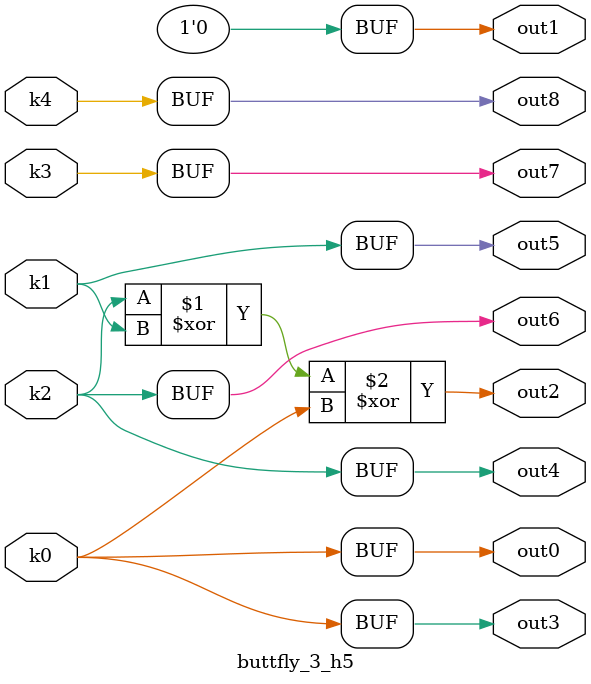
<source format=v>
module buttfly_3(pi0, pi1, pi2, pi3, pi4, pi5, po0, po1, po2, po3, po4, po5, po6, po7, po8);
input pi0, pi1, pi2, pi3, pi4, pi5;
output po0, po1, po2, po3, po4, po5, po6, po7, po8;
wire k0, k1, k2, k3, k4;
buttfly_3_w5 DUT1 (pi0, pi1, pi2, pi3, pi4, pi5, k0, k1, k2, k3, k4);
buttfly_3_h5 DUT2 (k0, k1, k2, k3, k4, po0, po1, po2, po3, po4, po5, po6, po7, po8);
endmodule

module buttfly_3_w5(in5, in4, in3, in2, in1, in0, k4, k3, k2, k1, k0);
input in5, in4, in3, in2, in1, in0;
output k4, k3, k2, k1, k0;
assign k0 =   ((~in4 ^ in1) & (in5 | ~in2)) | (~in5 & in2 & (in4 ^ in1));
assign k1 =   (((~in4 | (~in1 & (~in2 | ~in5))) & (~in1 | ~in2 | ~in5)) | (~in3 & ~in0)) & (~in3 | ~in0);
assign k2 =   ((in3 ^ in0) & ((in5 & in2 & (in4 | in1)) | (in4 & in1))) | ((~in3 ^ in0) & ((~in4 & ~in1) | ((~in4 | ~in1) & (~in5 | ~in2))));
assign k3 =   (in5 & in2 & (in4 ^ in1)) | ((~in4 ^ in1) & (~in5 | ~in2));
assign k4 =   in5 ^ ~in2;
endmodule

module buttfly_3_h5(k4, k3, k2, k1, k0, out8, out7, out6, out5, out4, out3, out2, out1, out0);
input k4, k3, k2, k1, k0;
output out8, out7, out6, out5, out4, out3, out2, out1, out0;
assign out0 = k0;
assign out1 = 0;
assign out2 = k2 ^ k1 ^ k0;
assign out3 = k0;
assign out4 = k2;
assign out5 = k1;
assign out6 = k2;
assign out7 = k3;
assign out8 = k4;
endmodule

</source>
